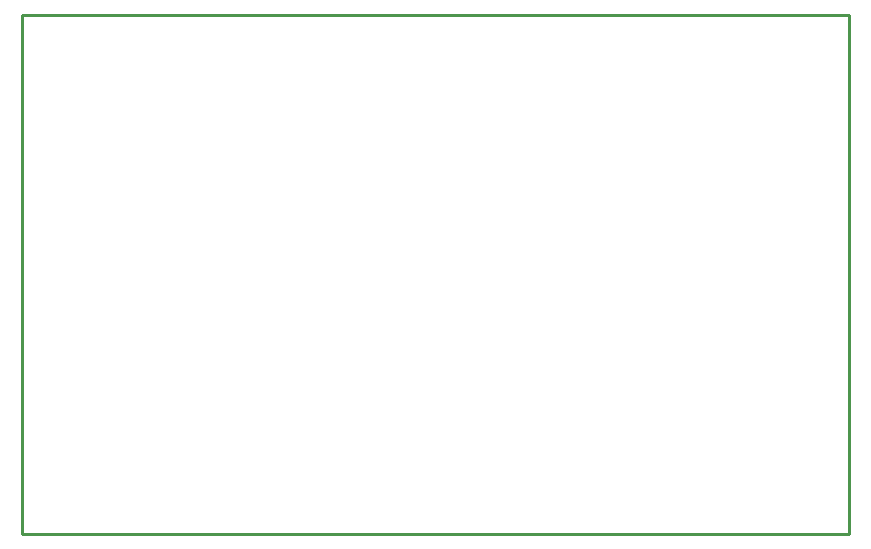
<source format=gko>
G04*
G04 #@! TF.GenerationSoftware,Altium Limited,Altium Designer,19.0.14 (431)*
G04*
G04 Layer_Color=16711935*
%FSLAX25Y25*%
%MOIN*%
G70*
G01*
G75*
%ADD10C,0.01000*%
D10*
X-0Y173228D02*
X0Y0D01*
X275590D01*
X275590Y173228D02*
X275590Y0D01*
X-0Y173228D02*
X275590D01*
X-0D02*
X275590D01*
X275590Y0D02*
Y173228D01*
X0Y0D02*
X275590D01*
X-0Y173228D02*
X0Y0D01*
M02*

</source>
